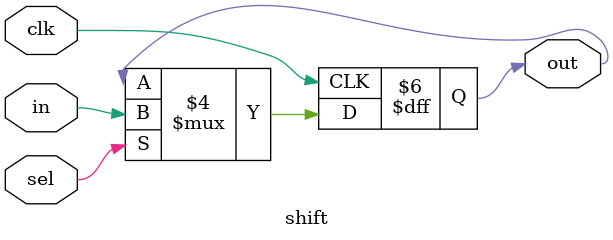
<source format=v>
`timescale 1ns / 1ps


module shift(
    input in,
    output out,
    input clk,
    input sel
    );
    
    always @(posedge clk)
    begin
       if (sel == 1)
       begin
          out <= in;
       end
       else
       begin
          out <= out;
       end
    end
endmodule

</source>
